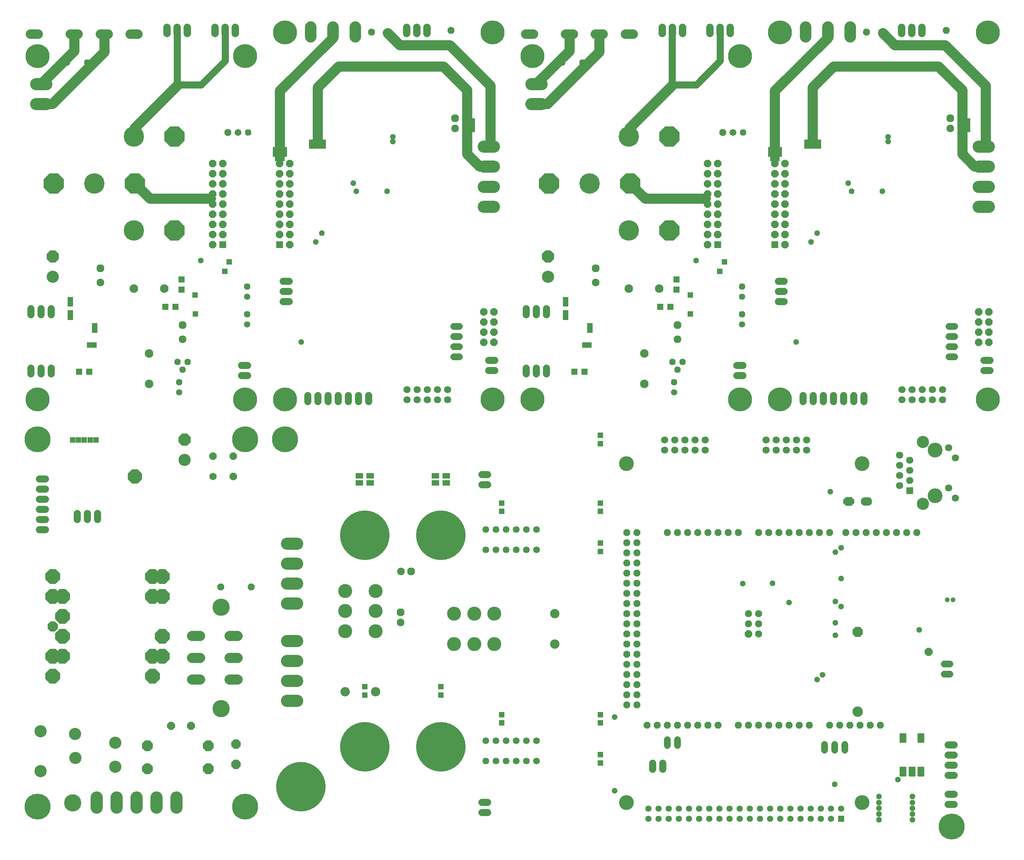
<source format=gbs>
G75*
G70*
%OFA0B0*%
%FSLAX24Y24*%
%IPPOS*%
%LPD*%
%AMOC8*
5,1,8,0,0,1.08239X$1,22.5*
%
%ADD10C,0.0700*%
%ADD11C,0.1000*%
%ADD12C,0.1200*%
%ADD13R,0.0618X0.0618*%
%ADD14OC8,0.0756*%
%ADD15C,0.0756*%
%ADD16C,0.0921*%
%ADD17OC8,0.0624*%
%ADD18OC8,0.0840*%
%ADD19OC8,0.0780*%
%ADD20C,0.0712*%
%ADD21C,0.2010*%
%ADD22OC8,0.2010*%
%ADD23C,0.1200*%
%ADD24OC8,0.1200*%
%ADD25C,0.0840*%
%ADD26C,0.0618*%
%ADD27OC8,0.0618*%
%ADD28C,0.0720*%
%ADD29R,0.0712X0.0712*%
%ADD30OC8,0.0712*%
%ADD31OC8,0.0672*%
%ADD32C,0.0672*%
%ADD33C,0.0720*%
%ADD34OC8,0.0720*%
%ADD35OC8,0.1381*%
%ADD36OC8,0.0792*%
%ADD37OC8,0.1450*%
%ADD38OC8,0.1032*%
%ADD39OC8,0.1062*%
%ADD40C,0.0990*%
%ADD41OC8,0.0912*%
%ADD42C,0.1702*%
%ADD43C,0.0712*%
%ADD44C,0.0672*%
%ADD45C,0.1134*%
%ADD46OC8,0.0523*%
%ADD47C,0.4885*%
%ADD48C,0.1460*%
%ADD49R,0.0567X0.0567*%
%ADD50C,0.0476*%
%ADD51C,0.0099*%
%ADD52C,0.1032*%
%ADD53OC8,0.0665*%
%ADD54C,0.0665*%
%ADD55R,0.0760X0.0543*%
%ADD56C,0.1381*%
%ADD57C,0.0921*%
%ADD58C,0.1204*%
%ADD59R,0.0523X0.0523*%
%ADD60C,0.2365*%
%ADD61OC8,0.0523*%
%ADD62C,0.2562*%
%ADD63C,0.1700*%
D10*
X019157Y078001D02*
X019157Y078026D01*
X021532Y078026D01*
X023882Y080376D01*
X023882Y083351D01*
X019157Y083401D02*
X019157Y078026D01*
X067976Y078026D02*
X070351Y078026D01*
X072701Y080376D01*
X072701Y083351D01*
X067976Y083401D02*
X067976Y078026D01*
X067976Y078001D01*
D11*
X067976Y077926D02*
X063776Y073726D01*
X063776Y073201D01*
X063876Y068226D02*
X065326Y066776D01*
X071301Y066776D01*
X078111Y071201D02*
X078111Y077401D01*
X083336Y082626D01*
X083911Y079826D02*
X094236Y079826D01*
X096586Y077476D01*
X096586Y071176D01*
X097811Y069951D01*
X098711Y069951D01*
X098886Y072376D02*
X098886Y077926D01*
X094886Y081926D01*
X089936Y081926D01*
X088761Y083101D01*
X083911Y079826D02*
X081836Y077751D01*
X081836Y072351D01*
X060801Y081251D02*
X055676Y076126D01*
X054601Y076126D01*
X054601Y078101D02*
X057851Y081351D01*
X057851Y082876D01*
X060801Y082876D02*
X060801Y081251D01*
X050067Y077926D02*
X050067Y072376D01*
X049892Y069951D02*
X048992Y069951D01*
X047767Y071176D01*
X047767Y077476D01*
X045417Y079826D01*
X035092Y079826D01*
X033017Y077751D01*
X033017Y072351D01*
X029292Y071201D02*
X029292Y077401D01*
X034517Y082626D01*
X039942Y083101D02*
X041117Y081926D01*
X046067Y081926D01*
X050067Y077926D01*
X022482Y066776D02*
X016507Y066776D01*
X015057Y068226D01*
X014957Y073201D02*
X014957Y073726D01*
X019157Y077926D01*
X011982Y081251D02*
X006857Y076126D01*
X005782Y076126D01*
X005782Y078101D02*
X009032Y081351D01*
X009032Y082876D01*
X011982Y082876D02*
X011982Y081251D01*
D12*
X006277Y078073D02*
X005277Y078073D01*
X005277Y076104D02*
X006277Y076104D01*
X049392Y071901D02*
X050392Y071901D01*
X050392Y069933D02*
X049392Y069933D01*
X049392Y067964D02*
X050392Y067964D01*
X050392Y065996D02*
X049392Y065996D01*
X054096Y076104D02*
X055096Y076104D01*
X055096Y078073D02*
X054096Y078073D01*
X098211Y071901D02*
X099211Y071901D01*
X099211Y069933D02*
X098211Y069933D01*
X098211Y067964D02*
X099211Y067964D01*
X099211Y065996D02*
X098211Y065996D01*
X030981Y032750D02*
X029981Y032750D01*
X029981Y030782D02*
X030981Y030782D01*
X030981Y028813D02*
X029981Y028813D01*
X029981Y026845D02*
X030981Y026845D01*
X030981Y023150D02*
X029981Y023150D01*
X029981Y021182D02*
X030981Y021182D01*
X030981Y019213D02*
X029981Y019213D01*
X029981Y017245D02*
X030981Y017245D01*
X019111Y007726D02*
X019111Y006726D01*
X017142Y006726D02*
X017142Y007726D01*
X015174Y007726D02*
X015174Y006726D01*
X013205Y006726D02*
X013205Y007726D01*
X011237Y007726D02*
X011237Y006726D01*
D13*
X010507Y049701D03*
X009507Y049701D03*
X017982Y056126D03*
X018982Y056126D03*
X019582Y057826D03*
X019582Y058826D03*
X058326Y049701D03*
X059326Y049701D03*
X066801Y056126D03*
X067801Y056126D03*
X068401Y057826D03*
X068401Y058826D03*
X084631Y005625D03*
D14*
X042231Y030025D03*
X041206Y025975D03*
X019682Y054326D03*
X011607Y059926D03*
X046567Y074701D03*
X060426Y059926D03*
X068501Y054326D03*
X095386Y074701D03*
D15*
X095386Y073701D03*
X068501Y052926D03*
X060426Y058526D03*
X046567Y073701D03*
X019682Y052926D03*
X011607Y058526D03*
X041231Y030025D03*
X041206Y024975D03*
D16*
X053522Y083000D02*
X054290Y083000D01*
X057459Y083000D02*
X058227Y083000D01*
X060412Y083000D02*
X061179Y083000D01*
X063364Y083000D02*
X064132Y083000D01*
X015313Y083000D02*
X014546Y083000D01*
X012360Y083000D02*
X011593Y083000D01*
X009408Y083000D02*
X008640Y083000D01*
X005471Y083000D02*
X004703Y083000D01*
D17*
X008307Y080226D03*
X010307Y080226D03*
X026157Y073326D03*
X020182Y050676D03*
X019682Y049926D03*
X019182Y050676D03*
X057126Y080226D03*
X059126Y080226D03*
X074976Y073326D03*
X069001Y050676D03*
X068501Y049926D03*
X068001Y050676D03*
D18*
X085256Y036925D03*
X085506Y036925D03*
X063851Y068276D03*
X015032Y068276D03*
D19*
X015032Y068276D03*
X063851Y068276D03*
X093256Y022075D03*
D20*
X095158Y012925D02*
X095752Y012925D01*
X095752Y011925D02*
X095158Y011925D01*
X095158Y010925D02*
X095752Y010925D01*
X095752Y009925D02*
X095158Y009925D01*
X095159Y008050D02*
X095752Y008050D01*
X095752Y007050D02*
X095159Y007050D01*
X067031Y010528D02*
X067031Y011122D01*
X066031Y011122D02*
X066031Y010528D01*
X049777Y007250D02*
X049184Y007250D01*
X049184Y006250D02*
X049777Y006250D01*
X011307Y035147D02*
X011307Y035741D01*
X010307Y035741D02*
X010307Y035147D01*
X009307Y035147D02*
X009307Y035741D01*
X006154Y036144D02*
X005560Y036144D01*
X005560Y037144D02*
X006154Y037144D01*
X006154Y038144D02*
X005560Y038144D01*
X005560Y039144D02*
X006154Y039144D01*
X006154Y035144D02*
X005560Y035144D01*
X005560Y034144D02*
X006154Y034144D01*
X005732Y049504D02*
X005732Y050098D01*
X004732Y050098D02*
X004732Y049504D01*
X006732Y049504D02*
X006732Y050098D01*
X006732Y055354D02*
X006732Y055948D01*
X005732Y055948D02*
X005732Y055354D01*
X004732Y055354D02*
X004732Y055948D01*
X025510Y050351D02*
X026104Y050351D01*
X026104Y049351D02*
X025510Y049351D01*
X032042Y047373D02*
X032042Y046779D01*
X033042Y046779D02*
X033042Y047373D01*
X034042Y047373D02*
X034042Y046779D01*
X035042Y046779D02*
X035042Y047373D01*
X036042Y047373D02*
X036042Y046779D01*
X037042Y046779D02*
X037042Y047373D01*
X038042Y047373D02*
X038042Y046779D01*
X049870Y049851D02*
X050464Y049851D01*
X050464Y050851D02*
X049870Y050851D01*
X053551Y050098D02*
X053551Y049504D01*
X054551Y049504D02*
X054551Y050098D01*
X055551Y050098D02*
X055551Y049504D01*
X055551Y055354D02*
X055551Y055948D01*
X054551Y055948D02*
X054551Y055354D01*
X053551Y055354D02*
X053551Y055948D01*
X049777Y039575D02*
X049184Y039575D01*
X049184Y038575D02*
X049777Y038575D01*
X030189Y056651D02*
X029595Y056651D01*
X029595Y057651D02*
X030189Y057651D01*
X030189Y058651D02*
X029595Y058651D01*
X074329Y050351D02*
X074923Y050351D01*
X074923Y049351D02*
X074329Y049351D01*
X080861Y047373D02*
X080861Y046779D01*
X081861Y046779D02*
X081861Y047373D01*
X082861Y047373D02*
X082861Y046779D01*
X083861Y046779D02*
X083861Y047373D01*
X084861Y047373D02*
X084861Y046779D01*
X085861Y046779D02*
X085861Y047373D01*
X086861Y047373D02*
X086861Y046779D01*
X098689Y049851D02*
X099283Y049851D01*
X099283Y050851D02*
X098689Y050851D01*
X079008Y056651D02*
X078414Y056651D01*
X078414Y057651D02*
X079008Y057651D01*
X079008Y058651D02*
X078414Y058651D01*
D21*
X063701Y063651D03*
X059826Y068276D03*
X063701Y072901D03*
X014882Y072901D03*
X011007Y068276D03*
X014882Y063651D03*
D22*
X018882Y063651D03*
X015007Y068276D03*
X018882Y072901D03*
X007007Y068276D03*
X055826Y068276D03*
X063826Y068276D03*
X067701Y072901D03*
X067701Y063651D03*
D23*
X055724Y059082D03*
X019898Y041018D03*
X006905Y059082D03*
X005692Y014244D03*
X009111Y013989D03*
X009117Y011609D03*
X005692Y010307D03*
X013054Y010743D03*
X013048Y013122D03*
D24*
X019898Y043018D03*
X006905Y061082D03*
X055724Y061082D03*
D25*
X063701Y057901D03*
X066701Y057901D03*
X065226Y051501D03*
X065226Y048501D03*
X087006Y036925D03*
X087256Y036925D03*
X017882Y057901D03*
X014882Y057901D03*
X016407Y051501D03*
X016407Y048501D03*
D26*
X019357Y047676D03*
X026057Y054376D03*
X026057Y057126D03*
X068176Y047676D03*
X074876Y054376D03*
X074876Y057126D03*
X074631Y006625D03*
X075631Y006625D03*
X076631Y006625D03*
X077631Y006625D03*
X078631Y006625D03*
X079631Y006625D03*
X080631Y006625D03*
X081631Y006625D03*
X082631Y006625D03*
X083631Y006625D03*
X084631Y006625D03*
X083631Y005625D03*
X082631Y005625D03*
X081631Y005625D03*
X080631Y005625D03*
X079631Y005625D03*
X078631Y005625D03*
X077631Y005625D03*
X076631Y005625D03*
X075631Y005625D03*
X074631Y005625D03*
X073631Y005625D03*
X073631Y006625D03*
X072631Y006625D03*
X072631Y005625D03*
X071631Y005625D03*
X071631Y006625D03*
X070631Y006625D03*
X070631Y005625D03*
X069631Y005625D03*
X069631Y006625D03*
X068631Y006625D03*
X068631Y005625D03*
X067631Y005625D03*
X067631Y006625D03*
X066631Y006625D03*
X066631Y005625D03*
X065631Y005625D03*
X065631Y006625D03*
D27*
X068176Y048676D03*
X074876Y055376D03*
X074876Y058126D03*
X026057Y058126D03*
X026057Y055376D03*
X019357Y048676D03*
D28*
X019162Y083078D02*
X019162Y083678D01*
X020162Y083678D02*
X020162Y083078D01*
X018162Y083078D02*
X018162Y083678D01*
X022886Y083678D02*
X022886Y083078D01*
X023886Y083078D02*
X023886Y083678D01*
X024886Y083678D02*
X024886Y083078D01*
X041784Y083078D02*
X041784Y083678D01*
X042784Y083678D02*
X042784Y083078D01*
X043784Y083078D02*
X043784Y083678D01*
X066981Y083678D02*
X066981Y083078D01*
X067981Y083078D02*
X067981Y083678D01*
X068981Y083678D02*
X068981Y083078D01*
X071705Y083078D02*
X071705Y083678D01*
X072705Y083678D02*
X072705Y083078D01*
X073705Y083078D02*
X073705Y083678D01*
X090603Y083678D02*
X090603Y083078D01*
X091603Y083078D02*
X091603Y083678D01*
X092603Y083678D02*
X092603Y083078D01*
D29*
X078086Y062251D03*
X072476Y062251D03*
X091406Y037975D03*
X029267Y062251D03*
X023657Y062251D03*
D30*
X022657Y062251D03*
X022657Y063251D03*
X022657Y064251D03*
X022657Y065251D03*
X022657Y066251D03*
X023657Y066251D03*
X023657Y065251D03*
X023657Y064251D03*
X023657Y063251D03*
X023657Y067251D03*
X022657Y067251D03*
X022657Y068251D03*
X022657Y069251D03*
X022657Y070251D03*
X023657Y070251D03*
X023657Y069251D03*
X023657Y068251D03*
X029267Y068251D03*
X030267Y068251D03*
X030267Y067251D03*
X029267Y067251D03*
X029267Y066251D03*
X030267Y066251D03*
X030267Y065251D03*
X030267Y064251D03*
X030267Y063251D03*
X030267Y062251D03*
X029267Y063251D03*
X029267Y064251D03*
X029267Y065251D03*
X029267Y069251D03*
X030267Y069251D03*
X030267Y070251D03*
X029267Y070251D03*
X049392Y055626D03*
X050392Y055626D03*
X050392Y054626D03*
X050392Y053626D03*
X049392Y053626D03*
X049392Y054626D03*
X049392Y052626D03*
X050392Y052626D03*
X071476Y062251D03*
X071476Y063251D03*
X071476Y064251D03*
X071476Y065251D03*
X071476Y066251D03*
X072476Y066251D03*
X072476Y065251D03*
X072476Y064251D03*
X072476Y063251D03*
X072476Y067251D03*
X071476Y067251D03*
X071476Y068251D03*
X071476Y069251D03*
X071476Y070251D03*
X072476Y070251D03*
X072476Y069251D03*
X072476Y068251D03*
X078086Y068251D03*
X079086Y068251D03*
X079086Y067251D03*
X078086Y067251D03*
X078086Y066251D03*
X079086Y066251D03*
X079086Y065251D03*
X079086Y064251D03*
X079086Y063251D03*
X079086Y062251D03*
X078086Y063251D03*
X078086Y064251D03*
X078086Y065251D03*
X078086Y069251D03*
X079086Y069251D03*
X079086Y070251D03*
X078086Y070251D03*
X098211Y055626D03*
X099211Y055626D03*
X099211Y054626D03*
X099211Y053626D03*
X098211Y053626D03*
X098211Y054626D03*
X098211Y052626D03*
X099211Y052626D03*
D31*
X072976Y073326D03*
X087136Y083226D03*
X088636Y083226D03*
X094986Y083376D03*
X094986Y081876D03*
X046167Y081876D03*
X046167Y083376D03*
X039817Y083226D03*
X038317Y083226D03*
X024157Y073326D03*
X023457Y028469D03*
X026457Y028469D03*
D32*
X025157Y073326D03*
X073976Y073326D03*
D33*
X022683Y039369D03*
D34*
X024683Y039369D03*
X024683Y041369D03*
X022683Y041369D03*
X075481Y023850D03*
D35*
X014982Y039369D03*
D36*
X018573Y014794D03*
X020542Y014794D03*
D37*
X016729Y019672D03*
X016729Y021641D03*
X017713Y021641D03*
X017713Y023609D03*
X017713Y027546D03*
X016729Y027546D03*
X016729Y029515D03*
X017713Y029515D03*
X007870Y027546D03*
X006886Y027546D03*
X006886Y029515D03*
X007870Y025578D03*
X007870Y023609D03*
X007870Y021641D03*
X006886Y021641D03*
X006886Y019672D03*
D38*
X006886Y024594D03*
X086256Y024065D03*
D39*
X022243Y012814D03*
X022243Y010558D03*
X016243Y010558D03*
X016243Y012814D03*
D40*
X020620Y019344D02*
X021445Y019344D01*
X021445Y021494D02*
X020620Y021494D01*
X020620Y023644D02*
X021445Y023644D01*
X024320Y023644D02*
X025145Y023644D01*
X025145Y021494D02*
X024320Y021494D01*
X024320Y019344D02*
X025145Y019344D01*
D41*
X024957Y012969D03*
X024957Y010969D03*
D42*
X023507Y016494D03*
X023507Y026494D03*
D43*
X041817Y046951D03*
X042817Y046951D03*
X043817Y046951D03*
X044817Y046951D03*
X045817Y046951D03*
X045817Y047951D03*
X044817Y047951D03*
X043817Y047951D03*
X042817Y047951D03*
X041817Y047951D03*
X067231Y042975D03*
X068231Y042975D03*
X069231Y042975D03*
X070231Y042975D03*
X071231Y042975D03*
X071231Y041975D03*
X070231Y041975D03*
X069231Y041975D03*
X068231Y041975D03*
X067231Y041975D03*
X077231Y041975D03*
X078231Y041975D03*
X079231Y041975D03*
X080231Y041975D03*
X081231Y041975D03*
X081231Y042975D03*
X080231Y042975D03*
X079231Y042975D03*
X078231Y042975D03*
X077231Y042975D03*
X090406Y041475D03*
X090406Y040475D03*
X090406Y039475D03*
X090406Y038475D03*
X091406Y038975D03*
X091406Y039975D03*
X091406Y040975D03*
X095236Y042215D03*
X095906Y041215D03*
X095236Y038235D03*
X095906Y037235D03*
X094636Y046951D03*
X094636Y047951D03*
X093636Y047951D03*
X093636Y046951D03*
X092636Y046951D03*
X092636Y047951D03*
X091636Y047951D03*
X091636Y046951D03*
X090636Y046951D03*
X090636Y047951D03*
D44*
X095256Y051176D02*
X095816Y051176D01*
X095816Y052176D02*
X095256Y052176D01*
X095256Y053176D02*
X095816Y053176D01*
X095816Y054176D02*
X095256Y054176D01*
X095361Y020875D02*
X094801Y020875D01*
X094801Y019875D02*
X095361Y019875D01*
X084981Y012955D02*
X084981Y012395D01*
X083981Y012395D02*
X083981Y012955D01*
X082981Y012955D02*
X082981Y012395D01*
X068481Y012845D02*
X068481Y013405D01*
X067481Y013405D02*
X067481Y012845D01*
X046997Y051176D02*
X046437Y051176D01*
X046437Y052176D02*
X046997Y052176D01*
X046997Y053176D02*
X046437Y053176D01*
X046437Y054176D02*
X046997Y054176D01*
D45*
X036716Y082755D02*
X036716Y083700D01*
X034516Y083700D02*
X034516Y082755D01*
X032316Y082755D02*
X032316Y083700D01*
X081135Y083700D02*
X081135Y082755D01*
X083335Y082755D02*
X083335Y083700D01*
X085535Y083700D02*
X085535Y082755D01*
D46*
X078086Y068251D03*
X078086Y068251D03*
X029267Y068251D03*
X029267Y068251D03*
D47*
X037666Y033590D03*
X045166Y033590D03*
X045166Y012724D03*
X037666Y012724D03*
X031366Y008787D03*
D48*
X063465Y007200D03*
X086694Y007200D03*
X093906Y037475D03*
X093906Y041975D03*
X086694Y040665D03*
X063465Y040665D03*
D49*
X060894Y042626D03*
X060894Y043452D03*
X060894Y036759D03*
X060894Y035933D03*
X060894Y032822D03*
X060894Y031996D03*
X051150Y035933D03*
X051150Y036759D03*
X045166Y018649D03*
X045166Y017822D03*
X051150Y015893D03*
X051150Y015067D03*
X060894Y015067D03*
X060894Y015893D03*
X060894Y011956D03*
X060894Y011130D03*
X037666Y017822D03*
X037666Y018649D03*
D50*
X095105Y027225D03*
X095656Y027225D03*
D51*
X092769Y014009D02*
X092769Y013171D01*
X092207Y013171D01*
X092207Y014009D01*
X092769Y014009D01*
X092769Y013269D02*
X092207Y013269D01*
X092207Y013367D02*
X092769Y013367D01*
X092769Y013465D02*
X092207Y013465D01*
X092207Y013563D02*
X092769Y013563D01*
X092769Y013661D02*
X092207Y013661D01*
X092207Y013759D02*
X092769Y013759D01*
X092769Y013857D02*
X092207Y013857D01*
X092207Y013955D02*
X092769Y013955D01*
X090998Y014009D02*
X090998Y013171D01*
X090436Y013171D01*
X090436Y014009D01*
X090998Y014009D01*
X090998Y013269D02*
X090436Y013269D01*
X090436Y013367D02*
X090998Y013367D01*
X090998Y013465D02*
X090436Y013465D01*
X090436Y013563D02*
X090998Y013563D01*
X090998Y013661D02*
X090436Y013661D01*
X090436Y013759D02*
X090998Y013759D01*
X090998Y013857D02*
X090436Y013857D01*
X090436Y013955D02*
X090998Y013955D01*
X090998Y010702D02*
X090998Y009864D01*
X090436Y009864D01*
X090436Y010702D01*
X090998Y010702D01*
X090998Y009962D02*
X090436Y009962D01*
X090436Y010060D02*
X090998Y010060D01*
X090998Y010158D02*
X090436Y010158D01*
X090436Y010256D02*
X090998Y010256D01*
X090998Y010354D02*
X090436Y010354D01*
X090436Y010452D02*
X090998Y010452D01*
X090998Y010550D02*
X090436Y010550D01*
X090436Y010648D02*
X090998Y010648D01*
X091884Y010702D02*
X091884Y009864D01*
X091322Y009864D01*
X091322Y010702D01*
X091884Y010702D01*
X091884Y009962D02*
X091322Y009962D01*
X091322Y010060D02*
X091884Y010060D01*
X091884Y010158D02*
X091322Y010158D01*
X091322Y010256D02*
X091884Y010256D01*
X091884Y010354D02*
X091322Y010354D01*
X091322Y010452D02*
X091884Y010452D01*
X091884Y010550D02*
X091322Y010550D01*
X091322Y010648D02*
X091884Y010648D01*
X092769Y010702D02*
X092769Y009864D01*
X092207Y009864D01*
X092207Y010702D01*
X092769Y010702D01*
X092769Y009962D02*
X092207Y009962D01*
X092207Y010060D02*
X092769Y010060D01*
X092769Y010158D02*
X092207Y010158D01*
X092207Y010256D02*
X092769Y010256D01*
X092769Y010354D02*
X092207Y010354D01*
X092207Y010452D02*
X092769Y010452D01*
X092769Y010550D02*
X092207Y010550D01*
X092207Y010648D02*
X092769Y010648D01*
D52*
X086256Y016195D03*
D53*
X086481Y014850D03*
X087481Y014850D03*
X088481Y014850D03*
X085481Y014850D03*
X084481Y014850D03*
X083481Y014850D03*
X081481Y014850D03*
X080481Y014850D03*
X079481Y014850D03*
X078481Y014850D03*
X077481Y014850D03*
X076481Y014850D03*
X075481Y014850D03*
X074481Y014850D03*
X072481Y014850D03*
X071481Y014850D03*
X070481Y014850D03*
X069481Y014850D03*
X068481Y014850D03*
X067481Y014850D03*
X066481Y014850D03*
X065481Y014850D03*
X064481Y016850D03*
X063481Y016850D03*
X063481Y017850D03*
X064481Y017850D03*
X064481Y018850D03*
X064481Y019850D03*
X064481Y020850D03*
X064481Y021850D03*
X064481Y022850D03*
X063481Y022850D03*
X063481Y021850D03*
X063481Y020850D03*
X063481Y019850D03*
X063481Y018850D03*
X063481Y023850D03*
X064481Y023850D03*
X064481Y024850D03*
X064481Y025850D03*
X064481Y026850D03*
X064481Y027850D03*
X064481Y028850D03*
X063481Y028850D03*
X063481Y027850D03*
X063481Y026850D03*
X063481Y025850D03*
X063481Y024850D03*
X063481Y029850D03*
X064481Y029850D03*
X064481Y030850D03*
X064481Y031850D03*
X064481Y032850D03*
X064481Y033850D03*
X063481Y033850D03*
X063481Y032850D03*
X063481Y031850D03*
X063481Y030850D03*
X067481Y033850D03*
X068481Y033850D03*
X069481Y033850D03*
X070481Y033850D03*
X071481Y033850D03*
X072481Y033850D03*
X073481Y033850D03*
X074481Y033850D03*
X076481Y033850D03*
X077481Y033850D03*
X078481Y033850D03*
X079481Y033850D03*
X080481Y033850D03*
X081481Y033850D03*
X082481Y033850D03*
X083481Y033850D03*
X085081Y033850D03*
X086081Y033850D03*
X087081Y033850D03*
X088081Y033850D03*
X089081Y033850D03*
X090081Y033850D03*
X091081Y033850D03*
X092081Y033850D03*
X076481Y025850D03*
X076481Y024850D03*
X076481Y023850D03*
X075481Y024850D03*
X075481Y025850D03*
D54*
X054581Y032150D03*
X053581Y032150D03*
X052581Y032150D03*
X051581Y032150D03*
X050581Y032150D03*
X049581Y032150D03*
X049581Y034150D03*
X050581Y034150D03*
X051581Y034150D03*
X052581Y034150D03*
X053581Y034150D03*
X054581Y034150D03*
X054581Y013300D03*
X053581Y013300D03*
X052581Y013300D03*
X051581Y013300D03*
X050581Y013300D03*
X049581Y013300D03*
X049581Y011300D03*
X050581Y011300D03*
X051581Y011300D03*
X052581Y011300D03*
X053581Y011300D03*
X054581Y011300D03*
D55*
X045697Y038757D03*
X045697Y039446D03*
X044634Y039446D03*
X044634Y038757D03*
X038197Y038757D03*
X038197Y039446D03*
X037134Y039446D03*
X037134Y038757D03*
D56*
X035742Y028086D03*
X035742Y026102D03*
X035742Y024117D03*
X038719Y024117D03*
X038719Y026102D03*
X038719Y028086D03*
X046470Y025838D03*
X048454Y025838D03*
X050438Y025838D03*
X050438Y022862D03*
X048454Y022862D03*
X046470Y022862D03*
D57*
X038719Y018165D03*
X035742Y018165D03*
X056391Y022862D03*
X056391Y025838D03*
D58*
X092705Y036674D03*
X092705Y042776D03*
D59*
X072676Y059601D03*
X073126Y060551D03*
X069751Y057276D03*
X069776Y055401D03*
X059851Y054251D03*
X059851Y053826D03*
X059776Y052351D03*
X059351Y052351D03*
X057451Y055076D03*
X057451Y055501D03*
X057451Y056401D03*
X057451Y056826D03*
X077886Y070751D03*
X078311Y070751D03*
X078111Y071176D03*
X078536Y071176D03*
X078536Y071601D03*
X078111Y071601D03*
X077686Y071601D03*
X077686Y071176D03*
X081261Y071976D03*
X081636Y071976D03*
X082011Y071976D03*
X082386Y071976D03*
X082386Y072351D03*
X082011Y072351D03*
X081636Y072351D03*
X081261Y072351D03*
X097086Y073601D03*
X097086Y074026D03*
X097086Y074451D03*
X048267Y074451D03*
X048267Y074026D03*
X048267Y073601D03*
X033567Y072351D03*
X033567Y071976D03*
X033192Y071976D03*
X033192Y072351D03*
X032817Y072351D03*
X032817Y071976D03*
X032442Y071976D03*
X032442Y072351D03*
X029717Y071601D03*
X029717Y071176D03*
X029292Y071176D03*
X029292Y071601D03*
X028867Y071601D03*
X028867Y071176D03*
X029067Y070751D03*
X029492Y070751D03*
X024307Y060551D03*
X023857Y059601D03*
X020932Y057276D03*
X020957Y055401D03*
X011032Y054251D03*
X011032Y053826D03*
X010957Y052351D03*
X010532Y052351D03*
X008632Y055076D03*
X008632Y055501D03*
X008632Y056401D03*
X008632Y056826D03*
X008857Y042969D03*
X009432Y042969D03*
X010007Y042969D03*
X010582Y042969D03*
X011157Y042969D03*
D60*
X005382Y046976D03*
X025855Y046976D03*
X029792Y046976D03*
X050264Y046976D03*
X054201Y046976D03*
X074673Y046976D03*
X078610Y046976D03*
X099083Y046976D03*
X074673Y080834D03*
X078610Y083196D03*
X099083Y083196D03*
X054201Y080834D03*
X050264Y083196D03*
X029792Y083196D03*
X025855Y080834D03*
X005382Y080834D03*
D61*
X021507Y060676D03*
X031392Y052651D03*
X032842Y062526D03*
X033442Y063376D03*
X036842Y067526D03*
X036517Y068326D03*
X039867Y067526D03*
X040442Y072401D03*
X040442Y072876D03*
X070326Y060676D03*
X080211Y052651D03*
X081661Y062526D03*
X082261Y063376D03*
X085661Y067526D03*
X085336Y068326D03*
X088686Y067526D03*
X089261Y072401D03*
X089261Y072876D03*
X083556Y037875D03*
X084631Y032350D03*
X084056Y031925D03*
X084631Y029325D03*
X084056Y027050D03*
X084631Y026550D03*
X084056Y024950D03*
X084056Y023700D03*
X082806Y019800D03*
X082256Y019350D03*
X079506Y026950D03*
X077856Y028850D03*
X074931Y028800D03*
X062306Y015650D03*
X062306Y008375D03*
X084006Y009000D03*
X088356Y007800D03*
X088356Y007225D03*
X088356Y006650D03*
X088356Y006075D03*
X088356Y005500D03*
X091656Y005500D03*
X091656Y006075D03*
X091656Y006650D03*
X091656Y007225D03*
X091656Y007800D03*
X090231Y009475D03*
X092331Y024250D03*
D62*
X005382Y006819D03*
X025855Y006819D03*
X025855Y043039D03*
X029792Y043039D03*
X005382Y043039D03*
X095540Y004850D03*
D63*
X008857Y007194D03*
M02*

</source>
